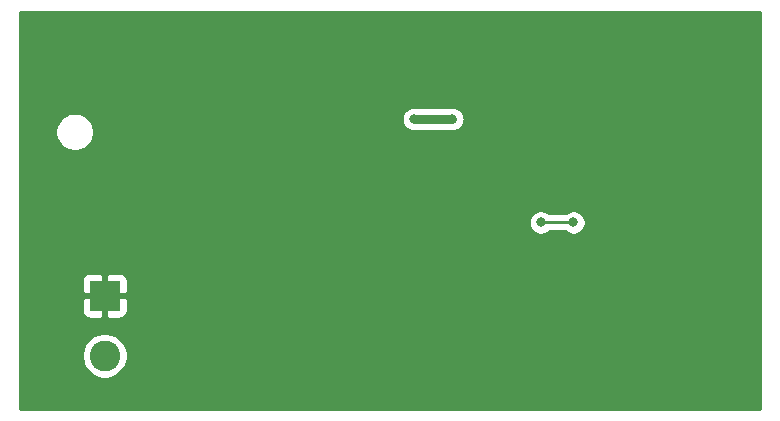
<source format=gbr>
G04 #@! TF.GenerationSoftware,KiCad,Pcbnew,(5.1.10)-1*
G04 #@! TF.CreationDate,2021-07-15T22:45:27-06:00*
G04 #@! TF.ProjectId,FreezerDoorAlarm,46726565-7a65-4724-946f-6f72416c6172,rev?*
G04 #@! TF.SameCoordinates,Original*
G04 #@! TF.FileFunction,Copper,L2,Bot*
G04 #@! TF.FilePolarity,Positive*
%FSLAX46Y46*%
G04 Gerber Fmt 4.6, Leading zero omitted, Abs format (unit mm)*
G04 Created by KiCad (PCBNEW (5.1.10)-1) date 2021-07-15 22:45:27*
%MOMM*%
%LPD*%
G01*
G04 APERTURE LIST*
G04 #@! TA.AperFunction,ComponentPad*
%ADD10C,2.600000*%
G04 #@! TD*
G04 #@! TA.AperFunction,ComponentPad*
%ADD11R,2.600000X2.600000*%
G04 #@! TD*
G04 #@! TA.AperFunction,ViaPad*
%ADD12C,0.800000*%
G04 #@! TD*
G04 #@! TA.AperFunction,Conductor*
%ADD13C,0.800000*%
G04 #@! TD*
G04 #@! TA.AperFunction,Conductor*
%ADD14C,0.250000*%
G04 #@! TD*
G04 #@! TA.AperFunction,Conductor*
%ADD15C,0.254000*%
G04 #@! TD*
G04 #@! TA.AperFunction,Conductor*
%ADD16C,0.100000*%
G04 #@! TD*
G04 APERTURE END LIST*
D10*
X83820000Y-97790000D03*
D11*
X83820000Y-92710000D03*
D12*
X90170000Y-72390000D03*
X95250000Y-74930000D03*
X109220000Y-72390000D03*
X106440000Y-83580000D03*
X107950000Y-78740000D03*
X110490000Y-85090000D03*
X124460000Y-88900000D03*
X125730000Y-87630000D03*
X124460000Y-78740000D03*
X132080000Y-81280000D03*
X132080000Y-73660000D03*
X127000000Y-71120000D03*
X137160000Y-88900000D03*
X114300000Y-93980000D03*
X121920000Y-100330000D03*
X110000000Y-77750000D03*
X113250000Y-77750000D03*
X123500000Y-86500000D03*
X120750000Y-86500000D03*
D13*
X110000000Y-77750000D02*
X113250000Y-77750000D01*
D14*
X123500000Y-86500000D02*
X120750000Y-86500000D01*
D15*
X139340001Y-102340000D02*
X76660000Y-102340000D01*
X76660000Y-97599419D01*
X81885000Y-97599419D01*
X81885000Y-97980581D01*
X81959361Y-98354419D01*
X82105225Y-98706566D01*
X82316987Y-99023491D01*
X82586509Y-99293013D01*
X82903434Y-99504775D01*
X83255581Y-99650639D01*
X83629419Y-99725000D01*
X84010581Y-99725000D01*
X84384419Y-99650639D01*
X84736566Y-99504775D01*
X85053491Y-99293013D01*
X85323013Y-99023491D01*
X85534775Y-98706566D01*
X85680639Y-98354419D01*
X85755000Y-97980581D01*
X85755000Y-97599419D01*
X85680639Y-97225581D01*
X85534775Y-96873434D01*
X85323013Y-96556509D01*
X85053491Y-96286987D01*
X84736566Y-96075225D01*
X84384419Y-95929361D01*
X84010581Y-95855000D01*
X83629419Y-95855000D01*
X83255581Y-95929361D01*
X82903434Y-96075225D01*
X82586509Y-96286987D01*
X82316987Y-96556509D01*
X82105225Y-96873434D01*
X81959361Y-97225581D01*
X81885000Y-97599419D01*
X76660000Y-97599419D01*
X76660000Y-94010000D01*
X81881928Y-94010000D01*
X81894188Y-94134482D01*
X81930498Y-94254180D01*
X81989463Y-94364494D01*
X82068815Y-94461185D01*
X82165506Y-94540537D01*
X82275820Y-94599502D01*
X82395518Y-94635812D01*
X82520000Y-94648072D01*
X83534250Y-94645000D01*
X83693000Y-94486250D01*
X83693000Y-92837000D01*
X83947000Y-92837000D01*
X83947000Y-94486250D01*
X84105750Y-94645000D01*
X85120000Y-94648072D01*
X85244482Y-94635812D01*
X85364180Y-94599502D01*
X85474494Y-94540537D01*
X85571185Y-94461185D01*
X85650537Y-94364494D01*
X85709502Y-94254180D01*
X85745812Y-94134482D01*
X85758072Y-94010000D01*
X85755000Y-92995750D01*
X85596250Y-92837000D01*
X83947000Y-92837000D01*
X83693000Y-92837000D01*
X82043750Y-92837000D01*
X81885000Y-92995750D01*
X81881928Y-94010000D01*
X76660000Y-94010000D01*
X76660000Y-91410000D01*
X81881928Y-91410000D01*
X81885000Y-92424250D01*
X82043750Y-92583000D01*
X83693000Y-92583000D01*
X83693000Y-90933750D01*
X83947000Y-90933750D01*
X83947000Y-92583000D01*
X85596250Y-92583000D01*
X85755000Y-92424250D01*
X85758072Y-91410000D01*
X85745812Y-91285518D01*
X85709502Y-91165820D01*
X85650537Y-91055506D01*
X85571185Y-90958815D01*
X85474494Y-90879463D01*
X85364180Y-90820498D01*
X85244482Y-90784188D01*
X85120000Y-90771928D01*
X84105750Y-90775000D01*
X83947000Y-90933750D01*
X83693000Y-90933750D01*
X83534250Y-90775000D01*
X82520000Y-90771928D01*
X82395518Y-90784188D01*
X82275820Y-90820498D01*
X82165506Y-90879463D01*
X82068815Y-90958815D01*
X81989463Y-91055506D01*
X81930498Y-91165820D01*
X81894188Y-91285518D01*
X81881928Y-91410000D01*
X76660000Y-91410000D01*
X76660000Y-86398061D01*
X119715000Y-86398061D01*
X119715000Y-86601939D01*
X119754774Y-86801898D01*
X119832795Y-86990256D01*
X119946063Y-87159774D01*
X120090226Y-87303937D01*
X120259744Y-87417205D01*
X120448102Y-87495226D01*
X120648061Y-87535000D01*
X120851939Y-87535000D01*
X121051898Y-87495226D01*
X121240256Y-87417205D01*
X121409774Y-87303937D01*
X121453711Y-87260000D01*
X122796289Y-87260000D01*
X122840226Y-87303937D01*
X123009744Y-87417205D01*
X123198102Y-87495226D01*
X123398061Y-87535000D01*
X123601939Y-87535000D01*
X123801898Y-87495226D01*
X123990256Y-87417205D01*
X124159774Y-87303937D01*
X124303937Y-87159774D01*
X124417205Y-86990256D01*
X124495226Y-86801898D01*
X124535000Y-86601939D01*
X124535000Y-86398061D01*
X124495226Y-86198102D01*
X124417205Y-86009744D01*
X124303937Y-85840226D01*
X124159774Y-85696063D01*
X123990256Y-85582795D01*
X123801898Y-85504774D01*
X123601939Y-85465000D01*
X123398061Y-85465000D01*
X123198102Y-85504774D01*
X123009744Y-85582795D01*
X122840226Y-85696063D01*
X122796289Y-85740000D01*
X121453711Y-85740000D01*
X121409774Y-85696063D01*
X121240256Y-85582795D01*
X121051898Y-85504774D01*
X120851939Y-85465000D01*
X120648061Y-85465000D01*
X120448102Y-85504774D01*
X120259744Y-85582795D01*
X120090226Y-85696063D01*
X119946063Y-85840226D01*
X119832795Y-86009744D01*
X119754774Y-86198102D01*
X119715000Y-86398061D01*
X76660000Y-86398061D01*
X76660000Y-78678967D01*
X79655000Y-78678967D01*
X79655000Y-79001033D01*
X79717832Y-79316912D01*
X79841082Y-79614463D01*
X80020013Y-79882252D01*
X80247748Y-80109987D01*
X80515537Y-80288918D01*
X80813088Y-80412168D01*
X81128967Y-80475000D01*
X81451033Y-80475000D01*
X81766912Y-80412168D01*
X82064463Y-80288918D01*
X82332252Y-80109987D01*
X82559987Y-79882252D01*
X82738918Y-79614463D01*
X82862168Y-79316912D01*
X82925000Y-79001033D01*
X82925000Y-78678967D01*
X82862168Y-78363088D01*
X82738918Y-78065537D01*
X82559987Y-77797748D01*
X82512239Y-77750000D01*
X108959993Y-77750000D01*
X108965000Y-77800838D01*
X108965000Y-77851939D01*
X108974969Y-77902057D01*
X108979976Y-77952895D01*
X108994804Y-78001777D01*
X109004774Y-78051898D01*
X109024331Y-78099113D01*
X109039159Y-78147993D01*
X109063238Y-78193042D01*
X109082795Y-78240256D01*
X109111186Y-78282746D01*
X109135266Y-78327797D01*
X109167672Y-78367284D01*
X109196063Y-78409774D01*
X109232197Y-78445908D01*
X109264604Y-78485396D01*
X109304092Y-78517803D01*
X109340226Y-78553937D01*
X109382716Y-78582328D01*
X109422203Y-78614734D01*
X109467254Y-78638814D01*
X109509744Y-78667205D01*
X109556958Y-78686762D01*
X109602007Y-78710841D01*
X109650887Y-78725669D01*
X109698102Y-78745226D01*
X109748223Y-78755196D01*
X109797105Y-78770024D01*
X109847943Y-78775031D01*
X109898061Y-78785000D01*
X113351939Y-78785000D01*
X113402057Y-78775031D01*
X113452895Y-78770024D01*
X113501777Y-78755196D01*
X113551898Y-78745226D01*
X113599113Y-78725669D01*
X113647993Y-78710841D01*
X113693042Y-78686762D01*
X113740256Y-78667205D01*
X113782746Y-78638814D01*
X113827797Y-78614734D01*
X113867284Y-78582328D01*
X113909774Y-78553937D01*
X113945908Y-78517803D01*
X113985396Y-78485396D01*
X114017803Y-78445908D01*
X114053937Y-78409774D01*
X114082328Y-78367284D01*
X114114734Y-78327797D01*
X114138814Y-78282746D01*
X114167205Y-78240256D01*
X114186762Y-78193042D01*
X114210841Y-78147993D01*
X114225669Y-78099113D01*
X114245226Y-78051898D01*
X114255196Y-78001777D01*
X114270024Y-77952895D01*
X114275031Y-77902057D01*
X114285000Y-77851939D01*
X114285000Y-77800838D01*
X114290007Y-77750000D01*
X114285000Y-77699162D01*
X114285000Y-77648061D01*
X114275031Y-77597943D01*
X114270024Y-77547105D01*
X114255196Y-77498223D01*
X114245226Y-77448102D01*
X114225669Y-77400887D01*
X114210841Y-77352007D01*
X114186762Y-77306958D01*
X114167205Y-77259744D01*
X114138814Y-77217254D01*
X114114734Y-77172203D01*
X114082328Y-77132716D01*
X114053937Y-77090226D01*
X114017803Y-77054092D01*
X113985396Y-77014604D01*
X113945908Y-76982197D01*
X113909774Y-76946063D01*
X113867284Y-76917672D01*
X113827797Y-76885266D01*
X113782746Y-76861186D01*
X113740256Y-76832795D01*
X113693042Y-76813238D01*
X113647993Y-76789159D01*
X113599113Y-76774331D01*
X113551898Y-76754774D01*
X113501777Y-76744804D01*
X113452895Y-76729976D01*
X113402057Y-76724969D01*
X113351939Y-76715000D01*
X109898061Y-76715000D01*
X109847943Y-76724969D01*
X109797105Y-76729976D01*
X109748223Y-76744804D01*
X109698102Y-76754774D01*
X109650887Y-76774331D01*
X109602007Y-76789159D01*
X109556958Y-76813238D01*
X109509744Y-76832795D01*
X109467254Y-76861186D01*
X109422203Y-76885266D01*
X109382716Y-76917672D01*
X109340226Y-76946063D01*
X109304092Y-76982197D01*
X109264604Y-77014604D01*
X109232197Y-77054092D01*
X109196063Y-77090226D01*
X109167672Y-77132716D01*
X109135266Y-77172203D01*
X109111186Y-77217254D01*
X109082795Y-77259744D01*
X109063238Y-77306958D01*
X109039159Y-77352007D01*
X109024331Y-77400887D01*
X109004774Y-77448102D01*
X108994804Y-77498223D01*
X108979976Y-77547105D01*
X108974969Y-77597943D01*
X108965000Y-77648061D01*
X108965000Y-77699162D01*
X108959993Y-77750000D01*
X82512239Y-77750000D01*
X82332252Y-77570013D01*
X82064463Y-77391082D01*
X81766912Y-77267832D01*
X81451033Y-77205000D01*
X81128967Y-77205000D01*
X80813088Y-77267832D01*
X80515537Y-77391082D01*
X80247748Y-77570013D01*
X80020013Y-77797748D01*
X79841082Y-78065537D01*
X79717832Y-78363088D01*
X79655000Y-78678967D01*
X76660000Y-78678967D01*
X76660000Y-68660000D01*
X139340000Y-68660000D01*
X139340001Y-102340000D01*
G04 #@! TA.AperFunction,Conductor*
D16*
G36*
X139340001Y-102340000D02*
G01*
X76660000Y-102340000D01*
X76660000Y-97599419D01*
X81885000Y-97599419D01*
X81885000Y-97980581D01*
X81959361Y-98354419D01*
X82105225Y-98706566D01*
X82316987Y-99023491D01*
X82586509Y-99293013D01*
X82903434Y-99504775D01*
X83255581Y-99650639D01*
X83629419Y-99725000D01*
X84010581Y-99725000D01*
X84384419Y-99650639D01*
X84736566Y-99504775D01*
X85053491Y-99293013D01*
X85323013Y-99023491D01*
X85534775Y-98706566D01*
X85680639Y-98354419D01*
X85755000Y-97980581D01*
X85755000Y-97599419D01*
X85680639Y-97225581D01*
X85534775Y-96873434D01*
X85323013Y-96556509D01*
X85053491Y-96286987D01*
X84736566Y-96075225D01*
X84384419Y-95929361D01*
X84010581Y-95855000D01*
X83629419Y-95855000D01*
X83255581Y-95929361D01*
X82903434Y-96075225D01*
X82586509Y-96286987D01*
X82316987Y-96556509D01*
X82105225Y-96873434D01*
X81959361Y-97225581D01*
X81885000Y-97599419D01*
X76660000Y-97599419D01*
X76660000Y-94010000D01*
X81881928Y-94010000D01*
X81894188Y-94134482D01*
X81930498Y-94254180D01*
X81989463Y-94364494D01*
X82068815Y-94461185D01*
X82165506Y-94540537D01*
X82275820Y-94599502D01*
X82395518Y-94635812D01*
X82520000Y-94648072D01*
X83534250Y-94645000D01*
X83693000Y-94486250D01*
X83693000Y-92837000D01*
X83947000Y-92837000D01*
X83947000Y-94486250D01*
X84105750Y-94645000D01*
X85120000Y-94648072D01*
X85244482Y-94635812D01*
X85364180Y-94599502D01*
X85474494Y-94540537D01*
X85571185Y-94461185D01*
X85650537Y-94364494D01*
X85709502Y-94254180D01*
X85745812Y-94134482D01*
X85758072Y-94010000D01*
X85755000Y-92995750D01*
X85596250Y-92837000D01*
X83947000Y-92837000D01*
X83693000Y-92837000D01*
X82043750Y-92837000D01*
X81885000Y-92995750D01*
X81881928Y-94010000D01*
X76660000Y-94010000D01*
X76660000Y-91410000D01*
X81881928Y-91410000D01*
X81885000Y-92424250D01*
X82043750Y-92583000D01*
X83693000Y-92583000D01*
X83693000Y-90933750D01*
X83947000Y-90933750D01*
X83947000Y-92583000D01*
X85596250Y-92583000D01*
X85755000Y-92424250D01*
X85758072Y-91410000D01*
X85745812Y-91285518D01*
X85709502Y-91165820D01*
X85650537Y-91055506D01*
X85571185Y-90958815D01*
X85474494Y-90879463D01*
X85364180Y-90820498D01*
X85244482Y-90784188D01*
X85120000Y-90771928D01*
X84105750Y-90775000D01*
X83947000Y-90933750D01*
X83693000Y-90933750D01*
X83534250Y-90775000D01*
X82520000Y-90771928D01*
X82395518Y-90784188D01*
X82275820Y-90820498D01*
X82165506Y-90879463D01*
X82068815Y-90958815D01*
X81989463Y-91055506D01*
X81930498Y-91165820D01*
X81894188Y-91285518D01*
X81881928Y-91410000D01*
X76660000Y-91410000D01*
X76660000Y-86398061D01*
X119715000Y-86398061D01*
X119715000Y-86601939D01*
X119754774Y-86801898D01*
X119832795Y-86990256D01*
X119946063Y-87159774D01*
X120090226Y-87303937D01*
X120259744Y-87417205D01*
X120448102Y-87495226D01*
X120648061Y-87535000D01*
X120851939Y-87535000D01*
X121051898Y-87495226D01*
X121240256Y-87417205D01*
X121409774Y-87303937D01*
X121453711Y-87260000D01*
X122796289Y-87260000D01*
X122840226Y-87303937D01*
X123009744Y-87417205D01*
X123198102Y-87495226D01*
X123398061Y-87535000D01*
X123601939Y-87535000D01*
X123801898Y-87495226D01*
X123990256Y-87417205D01*
X124159774Y-87303937D01*
X124303937Y-87159774D01*
X124417205Y-86990256D01*
X124495226Y-86801898D01*
X124535000Y-86601939D01*
X124535000Y-86398061D01*
X124495226Y-86198102D01*
X124417205Y-86009744D01*
X124303937Y-85840226D01*
X124159774Y-85696063D01*
X123990256Y-85582795D01*
X123801898Y-85504774D01*
X123601939Y-85465000D01*
X123398061Y-85465000D01*
X123198102Y-85504774D01*
X123009744Y-85582795D01*
X122840226Y-85696063D01*
X122796289Y-85740000D01*
X121453711Y-85740000D01*
X121409774Y-85696063D01*
X121240256Y-85582795D01*
X121051898Y-85504774D01*
X120851939Y-85465000D01*
X120648061Y-85465000D01*
X120448102Y-85504774D01*
X120259744Y-85582795D01*
X120090226Y-85696063D01*
X119946063Y-85840226D01*
X119832795Y-86009744D01*
X119754774Y-86198102D01*
X119715000Y-86398061D01*
X76660000Y-86398061D01*
X76660000Y-78678967D01*
X79655000Y-78678967D01*
X79655000Y-79001033D01*
X79717832Y-79316912D01*
X79841082Y-79614463D01*
X80020013Y-79882252D01*
X80247748Y-80109987D01*
X80515537Y-80288918D01*
X80813088Y-80412168D01*
X81128967Y-80475000D01*
X81451033Y-80475000D01*
X81766912Y-80412168D01*
X82064463Y-80288918D01*
X82332252Y-80109987D01*
X82559987Y-79882252D01*
X82738918Y-79614463D01*
X82862168Y-79316912D01*
X82925000Y-79001033D01*
X82925000Y-78678967D01*
X82862168Y-78363088D01*
X82738918Y-78065537D01*
X82559987Y-77797748D01*
X82512239Y-77750000D01*
X108959993Y-77750000D01*
X108965000Y-77800838D01*
X108965000Y-77851939D01*
X108974969Y-77902057D01*
X108979976Y-77952895D01*
X108994804Y-78001777D01*
X109004774Y-78051898D01*
X109024331Y-78099113D01*
X109039159Y-78147993D01*
X109063238Y-78193042D01*
X109082795Y-78240256D01*
X109111186Y-78282746D01*
X109135266Y-78327797D01*
X109167672Y-78367284D01*
X109196063Y-78409774D01*
X109232197Y-78445908D01*
X109264604Y-78485396D01*
X109304092Y-78517803D01*
X109340226Y-78553937D01*
X109382716Y-78582328D01*
X109422203Y-78614734D01*
X109467254Y-78638814D01*
X109509744Y-78667205D01*
X109556958Y-78686762D01*
X109602007Y-78710841D01*
X109650887Y-78725669D01*
X109698102Y-78745226D01*
X109748223Y-78755196D01*
X109797105Y-78770024D01*
X109847943Y-78775031D01*
X109898061Y-78785000D01*
X113351939Y-78785000D01*
X113402057Y-78775031D01*
X113452895Y-78770024D01*
X113501777Y-78755196D01*
X113551898Y-78745226D01*
X113599113Y-78725669D01*
X113647993Y-78710841D01*
X113693042Y-78686762D01*
X113740256Y-78667205D01*
X113782746Y-78638814D01*
X113827797Y-78614734D01*
X113867284Y-78582328D01*
X113909774Y-78553937D01*
X113945908Y-78517803D01*
X113985396Y-78485396D01*
X114017803Y-78445908D01*
X114053937Y-78409774D01*
X114082328Y-78367284D01*
X114114734Y-78327797D01*
X114138814Y-78282746D01*
X114167205Y-78240256D01*
X114186762Y-78193042D01*
X114210841Y-78147993D01*
X114225669Y-78099113D01*
X114245226Y-78051898D01*
X114255196Y-78001777D01*
X114270024Y-77952895D01*
X114275031Y-77902057D01*
X114285000Y-77851939D01*
X114285000Y-77800838D01*
X114290007Y-77750000D01*
X114285000Y-77699162D01*
X114285000Y-77648061D01*
X114275031Y-77597943D01*
X114270024Y-77547105D01*
X114255196Y-77498223D01*
X114245226Y-77448102D01*
X114225669Y-77400887D01*
X114210841Y-77352007D01*
X114186762Y-77306958D01*
X114167205Y-77259744D01*
X114138814Y-77217254D01*
X114114734Y-77172203D01*
X114082328Y-77132716D01*
X114053937Y-77090226D01*
X114017803Y-77054092D01*
X113985396Y-77014604D01*
X113945908Y-76982197D01*
X113909774Y-76946063D01*
X113867284Y-76917672D01*
X113827797Y-76885266D01*
X113782746Y-76861186D01*
X113740256Y-76832795D01*
X113693042Y-76813238D01*
X113647993Y-76789159D01*
X113599113Y-76774331D01*
X113551898Y-76754774D01*
X113501777Y-76744804D01*
X113452895Y-76729976D01*
X113402057Y-76724969D01*
X113351939Y-76715000D01*
X109898061Y-76715000D01*
X109847943Y-76724969D01*
X109797105Y-76729976D01*
X109748223Y-76744804D01*
X109698102Y-76754774D01*
X109650887Y-76774331D01*
X109602007Y-76789159D01*
X109556958Y-76813238D01*
X109509744Y-76832795D01*
X109467254Y-76861186D01*
X109422203Y-76885266D01*
X109382716Y-76917672D01*
X109340226Y-76946063D01*
X109304092Y-76982197D01*
X109264604Y-77014604D01*
X109232197Y-77054092D01*
X109196063Y-77090226D01*
X109167672Y-77132716D01*
X109135266Y-77172203D01*
X109111186Y-77217254D01*
X109082795Y-77259744D01*
X109063238Y-77306958D01*
X109039159Y-77352007D01*
X109024331Y-77400887D01*
X109004774Y-77448102D01*
X108994804Y-77498223D01*
X108979976Y-77547105D01*
X108974969Y-77597943D01*
X108965000Y-77648061D01*
X108965000Y-77699162D01*
X108959993Y-77750000D01*
X82512239Y-77750000D01*
X82332252Y-77570013D01*
X82064463Y-77391082D01*
X81766912Y-77267832D01*
X81451033Y-77205000D01*
X81128967Y-77205000D01*
X80813088Y-77267832D01*
X80515537Y-77391082D01*
X80247748Y-77570013D01*
X80020013Y-77797748D01*
X79841082Y-78065537D01*
X79717832Y-78363088D01*
X79655000Y-78678967D01*
X76660000Y-78678967D01*
X76660000Y-68660000D01*
X139340000Y-68660000D01*
X139340001Y-102340000D01*
G37*
G04 #@! TD.AperFunction*
M02*

</source>
